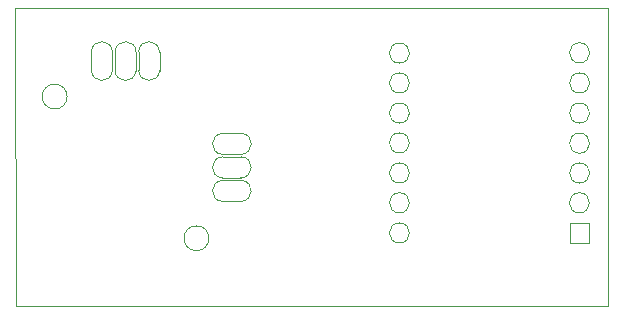
<source format=gbr>
%TF.GenerationSoftware,KiCad,Pcbnew,8.0.2-1*%
%TF.CreationDate,2024-05-22T23:24:36-04:00*%
%TF.ProjectId,humep1,68756d65-7031-42e6-9b69-6361645f7063,rev?*%
%TF.SameCoordinates,Original*%
%TF.FileFunction,Other,User*%
%FSLAX46Y46*%
G04 Gerber Fmt 4.6, Leading zero omitted, Abs format (unit mm)*
G04 Created by KiCad (PCBNEW 8.0.2-1) date 2024-05-22 23:24:36*
%MOMM*%
%LPD*%
G01*
G04 APERTURE LIST*
%ADD10C,0.100000*%
G04 APERTURE END LIST*
D10*
X37350000Y-52530000D02*
X37370000Y-77730000D01*
X56476150Y-65097638D02*
G75*
G02*
X56423849Y-66877359I-52300J-889092D01*
G01*
X54871548Y-66882084D02*
X56423849Y-66877361D01*
X54871548Y-66882084D02*
G75*
G02*
X54923849Y-65102361I52301J889093D01*
G01*
X54923849Y-65102361D02*
X56476150Y-65097638D01*
X56475000Y-67100000D02*
G75*
G02*
X56422699Y-68879723I-52301J-889093D01*
G01*
X54870398Y-68884446D02*
X56422699Y-68879723D01*
X54870398Y-68884446D02*
G75*
G02*
X54922699Y-67104723I52301J889093D01*
G01*
X54922699Y-67104723D02*
X56475000Y-67100000D01*
X54875000Y-64900000D02*
G75*
G02*
X54927301Y-63120277I52301J889093D01*
G01*
X56479602Y-63115554D02*
X54927301Y-63120277D01*
X56479602Y-63115554D02*
G75*
G02*
X56427301Y-64895277I-52301J-889093D01*
G01*
X56427301Y-64895277D02*
X54875000Y-64900000D01*
X49550000Y-56250000D02*
X49554723Y-57802301D01*
X43784745Y-56187945D02*
X43775000Y-57750000D01*
X47770277Y-56197699D02*
X47775000Y-57750000D01*
X47564468Y-56240246D02*
X47554723Y-57802301D01*
X45784745Y-56187945D02*
X45775000Y-57750000D01*
X45564468Y-56240246D02*
X45554723Y-57802301D01*
X45554723Y-57802301D02*
G75*
G02*
X43775000Y-57750000I-889093J52301D01*
G01*
X47554723Y-57802301D02*
G75*
G02*
X45775000Y-57750000I-889093J52301D01*
G01*
X49554723Y-57802301D02*
G75*
G02*
X47775000Y-57750000I-889093J52301D01*
G01*
X47770277Y-56197699D02*
G75*
G02*
X49550000Y-56250000I889093J-52301D01*
G01*
X45784745Y-56187945D02*
G75*
G02*
X47564468Y-56240246I889093J-52301D01*
G01*
X43784745Y-56187945D02*
G75*
G02*
X45564468Y-56240246I889093J-52301D01*
G01*
X52700000Y-70949633D02*
G75*
G02*
X52675016Y-70949336I-25000J-1050367D01*
G01*
X40700000Y-58950001D02*
G75*
G02*
X40675001Y-58949703I-25015J-1050366D01*
G01*
X87500000Y-77725000D02*
X87500000Y-52525000D01*
X37370000Y-77730000D02*
X87500000Y-77725000D01*
X87500000Y-52525000D02*
X37350000Y-52530000D01*
X84275000Y-72375000D02*
X84275000Y-70725000D01*
X85925000Y-72375000D02*
X84275000Y-72375000D01*
X85900000Y-70725000D02*
X85925000Y-72375000D01*
X84275000Y-70725000D02*
X85900000Y-70725000D01*
X85125015Y-68150001D02*
G75*
G02*
X85100015Y-68149633I-25015J-849999D01*
G01*
X85137531Y-65624726D02*
G75*
G02*
X85112531Y-65624358I-25015J-849999D01*
G01*
X85137531Y-63099726D02*
G75*
G02*
X85112531Y-63099358I-25015J-849999D01*
G01*
X85137531Y-60549726D02*
G75*
G02*
X85112531Y-60549358I-25015J-849999D01*
G01*
X85137531Y-57999726D02*
G75*
G02*
X85112531Y-57999358I-25015J-849999D01*
G01*
X85137531Y-55449726D02*
G75*
G02*
X85112531Y-55449358I-25015J-849999D01*
G01*
X69887531Y-70699726D02*
G75*
G02*
X69862531Y-70699358I-25015J-849999D01*
G01*
X69887531Y-68149726D02*
G75*
G02*
X69862531Y-68149358I-25015J-849999D01*
G01*
X69887531Y-65624726D02*
G75*
G02*
X69862531Y-65624358I-25015J-849999D01*
G01*
X69887531Y-63074726D02*
G75*
G02*
X69862531Y-63074358I-25015J-849999D01*
G01*
X69887531Y-60549726D02*
G75*
G02*
X69862531Y-60549358I-25015J-849999D01*
G01*
X69887501Y-57999726D02*
G75*
G02*
X69862501Y-57999358I-25015J-849999D01*
G01*
X69887501Y-55474726D02*
G75*
G02*
X69862501Y-55474358I-25000J-849999D01*
G01*
M02*

</source>
